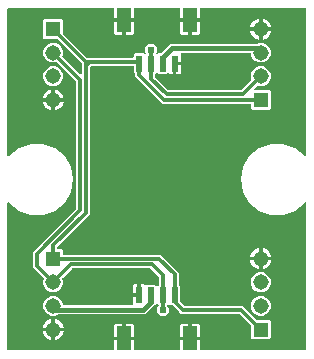
<source format=gbr>
G04 EAGLE Gerber RS-274X export*
G75*
%MOMM*%
%FSLAX34Y34*%
%LPD*%
%INTop Copper*%
%IPPOS*%
%AMOC8*
5,1,8,0,0,1.08239X$1,22.5*%
G01*
%ADD10R,0.600000X1.350000*%
%ADD11R,1.200000X2.000000*%
%ADD12R,1.308000X1.308000*%
%ADD13C,1.308000*%
%ADD14C,0.381000*%
%ADD15C,0.304800*%
%ADD16C,0.609600*%

G36*
X94318Y5084D02*
X94318Y5084D01*
X94337Y5082D01*
X94439Y5104D01*
X94541Y5120D01*
X94558Y5130D01*
X94578Y5134D01*
X94667Y5187D01*
X94758Y5236D01*
X94772Y5250D01*
X94789Y5260D01*
X94856Y5339D01*
X94928Y5414D01*
X94936Y5432D01*
X94949Y5447D01*
X94988Y5543D01*
X95031Y5637D01*
X95033Y5657D01*
X95041Y5675D01*
X95059Y5842D01*
X95059Y13727D01*
X102838Y13727D01*
X102858Y13730D01*
X102877Y13728D01*
X102979Y13750D01*
X103081Y13767D01*
X103098Y13776D01*
X103118Y13780D01*
X103207Y13833D01*
X103298Y13882D01*
X103312Y13896D01*
X103329Y13906D01*
X103396Y13985D01*
X103467Y14060D01*
X103476Y14078D01*
X103489Y14093D01*
X103528Y14189D01*
X103571Y14283D01*
X103573Y14303D01*
X103581Y14321D01*
X103599Y14488D01*
X103599Y15251D01*
X103601Y15251D01*
X103601Y14488D01*
X103604Y14468D01*
X103602Y14449D01*
X103624Y14347D01*
X103641Y14245D01*
X103650Y14228D01*
X103654Y14208D01*
X103707Y14119D01*
X103756Y14028D01*
X103770Y14014D01*
X103780Y13997D01*
X103859Y13930D01*
X103934Y13859D01*
X103952Y13850D01*
X103967Y13837D01*
X104063Y13798D01*
X104157Y13755D01*
X104177Y13753D01*
X104195Y13745D01*
X104362Y13727D01*
X112141Y13727D01*
X112141Y5842D01*
X112144Y5822D01*
X112142Y5803D01*
X112164Y5701D01*
X112180Y5599D01*
X112190Y5582D01*
X112194Y5562D01*
X112247Y5473D01*
X112296Y5382D01*
X112310Y5368D01*
X112320Y5351D01*
X112399Y5284D01*
X112474Y5212D01*
X112492Y5204D01*
X112507Y5191D01*
X112603Y5152D01*
X112697Y5109D01*
X112717Y5107D01*
X112735Y5099D01*
X112902Y5081D01*
X150298Y5081D01*
X150318Y5084D01*
X150337Y5082D01*
X150439Y5104D01*
X150541Y5120D01*
X150558Y5130D01*
X150578Y5134D01*
X150667Y5187D01*
X150758Y5236D01*
X150772Y5250D01*
X150789Y5260D01*
X150856Y5339D01*
X150928Y5414D01*
X150936Y5432D01*
X150949Y5447D01*
X150988Y5543D01*
X151031Y5637D01*
X151033Y5657D01*
X151041Y5675D01*
X151059Y5842D01*
X151059Y13727D01*
X158838Y13727D01*
X158858Y13730D01*
X158877Y13728D01*
X158979Y13750D01*
X159081Y13767D01*
X159098Y13776D01*
X159118Y13780D01*
X159207Y13833D01*
X159298Y13882D01*
X159312Y13896D01*
X159329Y13906D01*
X159396Y13985D01*
X159467Y14060D01*
X159476Y14078D01*
X159489Y14093D01*
X159528Y14189D01*
X159571Y14283D01*
X159573Y14303D01*
X159581Y14321D01*
X159599Y14488D01*
X159599Y15251D01*
X159601Y15251D01*
X159601Y14488D01*
X159604Y14468D01*
X159602Y14449D01*
X159624Y14347D01*
X159641Y14245D01*
X159650Y14228D01*
X159654Y14208D01*
X159707Y14119D01*
X159756Y14028D01*
X159770Y14014D01*
X159780Y13997D01*
X159859Y13930D01*
X159934Y13859D01*
X159952Y13850D01*
X159967Y13837D01*
X160063Y13798D01*
X160157Y13755D01*
X160177Y13753D01*
X160195Y13745D01*
X160362Y13727D01*
X168141Y13727D01*
X168141Y5842D01*
X168144Y5822D01*
X168142Y5803D01*
X168164Y5701D01*
X168180Y5599D01*
X168190Y5582D01*
X168194Y5562D01*
X168247Y5473D01*
X168296Y5382D01*
X168310Y5368D01*
X168320Y5351D01*
X168399Y5284D01*
X168474Y5212D01*
X168492Y5204D01*
X168507Y5191D01*
X168603Y5152D01*
X168697Y5109D01*
X168717Y5107D01*
X168735Y5099D01*
X168902Y5081D01*
X257358Y5081D01*
X257378Y5084D01*
X257397Y5082D01*
X257499Y5104D01*
X257601Y5120D01*
X257618Y5130D01*
X257638Y5134D01*
X257727Y5187D01*
X257818Y5236D01*
X257832Y5250D01*
X257849Y5260D01*
X257916Y5339D01*
X257988Y5414D01*
X257996Y5432D01*
X258009Y5447D01*
X258048Y5543D01*
X258091Y5637D01*
X258093Y5657D01*
X258101Y5675D01*
X258119Y5842D01*
X258119Y129753D01*
X258111Y129801D01*
X258113Y129849D01*
X258092Y129921D01*
X258080Y129996D01*
X258057Y130038D01*
X258043Y130085D01*
X258000Y130146D01*
X257964Y130213D01*
X257929Y130246D01*
X257902Y130286D01*
X257841Y130330D01*
X257786Y130382D01*
X257742Y130403D01*
X257703Y130431D01*
X257631Y130454D01*
X257563Y130486D01*
X257515Y130491D01*
X257469Y130506D01*
X257394Y130505D01*
X257319Y130513D01*
X257271Y130503D01*
X257223Y130502D01*
X257152Y130477D01*
X257078Y130461D01*
X257037Y130436D01*
X256991Y130420D01*
X256932Y130373D01*
X256867Y130335D01*
X256842Y130305D01*
X256798Y130269D01*
X256798Y130268D01*
X256797Y130268D01*
X248576Y123369D01*
X238540Y119716D01*
X227860Y119716D01*
X217824Y123369D01*
X209643Y130234D01*
X204304Y139482D01*
X202449Y150000D01*
X204304Y160518D01*
X209643Y169766D01*
X217824Y176631D01*
X227860Y180284D01*
X238540Y180284D01*
X248576Y176631D01*
X256833Y169702D01*
X256854Y169677D01*
X256895Y169651D01*
X256930Y169618D01*
X256998Y169586D01*
X257062Y169546D01*
X257109Y169534D01*
X257153Y169514D01*
X257228Y169506D01*
X257301Y169488D01*
X257349Y169492D01*
X257397Y169487D01*
X257471Y169503D01*
X257546Y169510D01*
X257591Y169529D01*
X257638Y169539D01*
X257703Y169578D01*
X257772Y169608D01*
X257807Y169641D01*
X257849Y169665D01*
X257898Y169723D01*
X257954Y169773D01*
X257977Y169815D01*
X258009Y169852D01*
X258037Y169922D01*
X258074Y169988D01*
X258083Y170036D01*
X258101Y170080D01*
X258115Y170207D01*
X258119Y170230D01*
X258118Y170237D01*
X258119Y170247D01*
X258119Y294158D01*
X258116Y294178D01*
X258118Y294197D01*
X258096Y294299D01*
X258080Y294401D01*
X258070Y294418D01*
X258066Y294438D01*
X258013Y294527D01*
X257964Y294618D01*
X257950Y294632D01*
X257940Y294649D01*
X257861Y294716D01*
X257786Y294788D01*
X257768Y294796D01*
X257753Y294809D01*
X257657Y294848D01*
X257563Y294891D01*
X257543Y294893D01*
X257525Y294901D01*
X257358Y294919D01*
X168902Y294919D01*
X168882Y294916D01*
X168863Y294918D01*
X168761Y294896D01*
X168659Y294880D01*
X168642Y294870D01*
X168622Y294866D01*
X168533Y294813D01*
X168442Y294764D01*
X168428Y294750D01*
X168411Y294740D01*
X168344Y294661D01*
X168272Y294586D01*
X168264Y294568D01*
X168251Y294553D01*
X168212Y294457D01*
X168169Y294363D01*
X168167Y294343D01*
X168159Y294325D01*
X168141Y294158D01*
X168141Y286273D01*
X160362Y286273D01*
X160342Y286270D01*
X160323Y286272D01*
X160221Y286250D01*
X160119Y286233D01*
X160102Y286224D01*
X160082Y286220D01*
X159993Y286167D01*
X159902Y286118D01*
X159888Y286104D01*
X159871Y286094D01*
X159804Y286015D01*
X159733Y285940D01*
X159724Y285922D01*
X159711Y285907D01*
X159672Y285811D01*
X159629Y285717D01*
X159627Y285697D01*
X159619Y285679D01*
X159601Y285512D01*
X159601Y284749D01*
X159599Y284749D01*
X159599Y285512D01*
X159596Y285532D01*
X159598Y285551D01*
X159576Y285653D01*
X159559Y285755D01*
X159550Y285772D01*
X159546Y285792D01*
X159493Y285881D01*
X159444Y285972D01*
X159430Y285986D01*
X159420Y286003D01*
X159341Y286070D01*
X159266Y286141D01*
X159248Y286150D01*
X159233Y286163D01*
X159137Y286202D01*
X159043Y286245D01*
X159023Y286247D01*
X159005Y286255D01*
X158838Y286273D01*
X151059Y286273D01*
X151059Y294158D01*
X151056Y294178D01*
X151058Y294197D01*
X151036Y294299D01*
X151020Y294401D01*
X151010Y294418D01*
X151006Y294438D01*
X150953Y294527D01*
X150904Y294618D01*
X150890Y294632D01*
X150880Y294649D01*
X150801Y294716D01*
X150726Y294788D01*
X150708Y294796D01*
X150693Y294809D01*
X150597Y294848D01*
X150503Y294891D01*
X150483Y294893D01*
X150465Y294901D01*
X150298Y294919D01*
X112902Y294919D01*
X112882Y294916D01*
X112863Y294918D01*
X112761Y294896D01*
X112659Y294880D01*
X112642Y294870D01*
X112622Y294866D01*
X112533Y294813D01*
X112442Y294764D01*
X112428Y294750D01*
X112411Y294740D01*
X112344Y294661D01*
X112272Y294586D01*
X112264Y294568D01*
X112251Y294553D01*
X112212Y294457D01*
X112169Y294363D01*
X112167Y294343D01*
X112159Y294325D01*
X112141Y294158D01*
X112141Y286273D01*
X104362Y286273D01*
X104342Y286270D01*
X104323Y286272D01*
X104221Y286250D01*
X104119Y286233D01*
X104102Y286224D01*
X104082Y286220D01*
X103993Y286167D01*
X103902Y286118D01*
X103888Y286104D01*
X103871Y286094D01*
X103804Y286015D01*
X103733Y285940D01*
X103724Y285922D01*
X103711Y285907D01*
X103672Y285811D01*
X103629Y285717D01*
X103627Y285697D01*
X103619Y285679D01*
X103601Y285512D01*
X103601Y284749D01*
X103599Y284749D01*
X103599Y285512D01*
X103596Y285532D01*
X103598Y285551D01*
X103576Y285653D01*
X103559Y285755D01*
X103550Y285772D01*
X103546Y285792D01*
X103493Y285881D01*
X103444Y285972D01*
X103430Y285986D01*
X103420Y286003D01*
X103341Y286070D01*
X103266Y286141D01*
X103248Y286150D01*
X103233Y286163D01*
X103137Y286202D01*
X103043Y286245D01*
X103023Y286247D01*
X103005Y286255D01*
X102838Y286273D01*
X95059Y286273D01*
X95059Y294158D01*
X95056Y294178D01*
X95058Y294197D01*
X95036Y294299D01*
X95020Y294401D01*
X95010Y294418D01*
X95006Y294438D01*
X94953Y294527D01*
X94904Y294618D01*
X94890Y294632D01*
X94880Y294649D01*
X94801Y294716D01*
X94726Y294788D01*
X94708Y294796D01*
X94693Y294809D01*
X94597Y294848D01*
X94503Y294891D01*
X94483Y294893D01*
X94465Y294901D01*
X94298Y294919D01*
X5842Y294919D01*
X5822Y294916D01*
X5803Y294918D01*
X5701Y294896D01*
X5599Y294880D01*
X5582Y294870D01*
X5562Y294866D01*
X5473Y294813D01*
X5382Y294764D01*
X5368Y294750D01*
X5351Y294740D01*
X5284Y294661D01*
X5212Y294586D01*
X5204Y294568D01*
X5191Y294553D01*
X5152Y294457D01*
X5109Y294363D01*
X5107Y294343D01*
X5099Y294325D01*
X5081Y294158D01*
X5081Y170247D01*
X5082Y170237D01*
X5082Y170233D01*
X5087Y170207D01*
X5089Y170199D01*
X5087Y170151D01*
X5108Y170079D01*
X5120Y170004D01*
X5143Y169962D01*
X5157Y169915D01*
X5200Y169854D01*
X5236Y169787D01*
X5271Y169754D01*
X5298Y169714D01*
X5359Y169670D01*
X5414Y169618D01*
X5458Y169597D01*
X5497Y169569D01*
X5569Y169546D01*
X5637Y169514D01*
X5685Y169509D01*
X5731Y169494D01*
X5806Y169495D01*
X5881Y169487D01*
X5929Y169497D01*
X5977Y169498D01*
X6048Y169523D01*
X6122Y169539D01*
X6163Y169564D01*
X6209Y169580D01*
X6268Y169627D01*
X6333Y169665D01*
X6358Y169695D01*
X6402Y169731D01*
X6402Y169732D01*
X6403Y169732D01*
X14624Y176631D01*
X24660Y180284D01*
X35340Y180284D01*
X45376Y176631D01*
X53557Y169766D01*
X58896Y160518D01*
X60751Y150000D01*
X58896Y139482D01*
X53557Y130234D01*
X45376Y123369D01*
X35340Y119716D01*
X24660Y119716D01*
X14624Y123369D01*
X6367Y130298D01*
X6346Y130323D01*
X6305Y130349D01*
X6270Y130382D01*
X6202Y130414D01*
X6138Y130454D01*
X6091Y130466D01*
X6047Y130486D01*
X5972Y130494D01*
X5899Y130512D01*
X5851Y130508D01*
X5803Y130513D01*
X5729Y130497D01*
X5654Y130490D01*
X5609Y130471D01*
X5562Y130461D01*
X5497Y130422D01*
X5428Y130392D01*
X5393Y130359D01*
X5351Y130335D01*
X5302Y130277D01*
X5246Y130227D01*
X5223Y130185D01*
X5191Y130148D01*
X5163Y130078D01*
X5126Y130012D01*
X5117Y129964D01*
X5099Y129920D01*
X5085Y129793D01*
X5081Y129770D01*
X5082Y129763D01*
X5081Y129753D01*
X5081Y5842D01*
X5084Y5822D01*
X5082Y5803D01*
X5104Y5701D01*
X5120Y5599D01*
X5130Y5582D01*
X5134Y5562D01*
X5187Y5473D01*
X5236Y5382D01*
X5250Y5368D01*
X5260Y5351D01*
X5339Y5284D01*
X5414Y5212D01*
X5432Y5204D01*
X5447Y5191D01*
X5543Y5152D01*
X5637Y5109D01*
X5657Y5107D01*
X5675Y5099D01*
X5842Y5081D01*
X94298Y5081D01*
X94318Y5084D01*
G37*
%LPC*%
G36*
X212223Y14481D02*
X212223Y14481D01*
X211181Y15523D01*
X211181Y26133D01*
X211167Y26223D01*
X211159Y26314D01*
X211147Y26343D01*
X211142Y26375D01*
X211099Y26456D01*
X211063Y26540D01*
X211037Y26572D01*
X211026Y26593D01*
X211003Y26615D01*
X210958Y26671D01*
X202039Y35590D01*
X201965Y35643D01*
X201896Y35703D01*
X201865Y35715D01*
X201839Y35734D01*
X201752Y35761D01*
X201667Y35795D01*
X201626Y35799D01*
X201604Y35806D01*
X201572Y35805D01*
X201501Y35813D01*
X152302Y35813D01*
X150144Y37971D01*
X144867Y43248D01*
X144793Y43301D01*
X144724Y43361D01*
X144693Y43373D01*
X144667Y43392D01*
X144580Y43419D01*
X144495Y43453D01*
X144454Y43457D01*
X144432Y43464D01*
X144400Y43463D01*
X144329Y43471D01*
X142863Y43471D01*
X142138Y44196D01*
X142122Y44208D01*
X142110Y44223D01*
X142022Y44280D01*
X141939Y44340D01*
X141920Y44346D01*
X141903Y44356D01*
X141802Y44382D01*
X141703Y44412D01*
X141684Y44412D01*
X141664Y44416D01*
X141561Y44408D01*
X141458Y44406D01*
X141439Y44399D01*
X141419Y44397D01*
X141324Y44357D01*
X141227Y44321D01*
X141211Y44309D01*
X141193Y44301D01*
X141062Y44196D01*
X140395Y43530D01*
X140383Y43513D01*
X140368Y43501D01*
X140312Y43414D01*
X140252Y43330D01*
X140246Y43311D01*
X140235Y43294D01*
X140210Y43193D01*
X140179Y43095D01*
X140180Y43075D01*
X140175Y43055D01*
X140183Y42953D01*
X140186Y42849D01*
X140192Y42830D01*
X140194Y42810D01*
X140234Y42715D01*
X140270Y42618D01*
X140282Y42602D01*
X140290Y42584D01*
X140395Y42453D01*
X141479Y41369D01*
X141479Y37371D01*
X138651Y34543D01*
X134653Y34543D01*
X131825Y37371D01*
X131825Y41369D01*
X132857Y42401D01*
X132869Y42417D01*
X132884Y42430D01*
X132940Y42517D01*
X133000Y42601D01*
X133006Y42620D01*
X133017Y42637D01*
X133042Y42737D01*
X133073Y42836D01*
X133072Y42856D01*
X133077Y42875D01*
X133069Y42978D01*
X133066Y43082D01*
X133060Y43100D01*
X133058Y43120D01*
X133018Y43215D01*
X132982Y43313D01*
X132970Y43328D01*
X132962Y43347D01*
X132857Y43478D01*
X132138Y44196D01*
X132122Y44208D01*
X132110Y44223D01*
X132023Y44279D01*
X131939Y44340D01*
X131919Y44346D01*
X131903Y44356D01*
X131802Y44382D01*
X131703Y44412D01*
X131684Y44412D01*
X131664Y44416D01*
X131561Y44408D01*
X131458Y44406D01*
X131439Y44399D01*
X131419Y44397D01*
X131324Y44357D01*
X131227Y44321D01*
X131211Y44309D01*
X131193Y44301D01*
X131062Y44196D01*
X130337Y43471D01*
X129260Y43471D01*
X129170Y43457D01*
X129079Y43449D01*
X129049Y43437D01*
X129017Y43432D01*
X128937Y43389D01*
X128853Y43353D01*
X128821Y43327D01*
X128800Y43316D01*
X128778Y43293D01*
X128722Y43248D01*
X123795Y38321D01*
X121414Y35940D01*
X48920Y35940D01*
X48830Y35926D01*
X48739Y35918D01*
X48709Y35906D01*
X48677Y35901D01*
X48597Y35858D01*
X48513Y35822D01*
X48481Y35796D01*
X48460Y35785D01*
X48438Y35762D01*
X48428Y35754D01*
X45355Y34481D01*
X42045Y34481D01*
X38988Y35748D01*
X36648Y38088D01*
X35381Y41145D01*
X35381Y44455D01*
X36648Y47512D01*
X38988Y49852D01*
X42045Y51119D01*
X45355Y51119D01*
X48412Y49852D01*
X50752Y47512D01*
X52019Y44455D01*
X52019Y44069D01*
X52022Y44049D01*
X52020Y44030D01*
X52042Y43928D01*
X52058Y43826D01*
X52068Y43809D01*
X52072Y43789D01*
X52125Y43700D01*
X52174Y43609D01*
X52188Y43595D01*
X52198Y43578D01*
X52277Y43511D01*
X52352Y43439D01*
X52370Y43431D01*
X52385Y43418D01*
X52481Y43379D01*
X52575Y43336D01*
X52595Y43334D01*
X52613Y43326D01*
X52780Y43308D01*
X110498Y43308D01*
X110615Y43327D01*
X110733Y43345D01*
X110737Y43347D01*
X110741Y43347D01*
X110845Y43403D01*
X110952Y43458D01*
X110954Y43461D01*
X110958Y43463D01*
X111039Y43548D01*
X111123Y43634D01*
X111125Y43638D01*
X111128Y43641D01*
X111177Y43748D01*
X111229Y43856D01*
X111229Y43860D01*
X111231Y43864D01*
X111244Y43982D01*
X111259Y44100D01*
X111258Y44105D01*
X111258Y44108D01*
X111255Y44122D01*
X111233Y44266D01*
X111059Y44916D01*
X111059Y50501D01*
X115862Y50501D01*
X115881Y50504D01*
X115901Y50502D01*
X116003Y50524D01*
X116105Y50540D01*
X116122Y50550D01*
X116142Y50554D01*
X116231Y50607D01*
X116322Y50656D01*
X116336Y50670D01*
X116353Y50680D01*
X116420Y50759D01*
X116491Y50834D01*
X116500Y50852D01*
X116513Y50867D01*
X116551Y50963D01*
X116595Y51057D01*
X116597Y51077D01*
X116605Y51095D01*
X116623Y51262D01*
X116623Y51977D01*
X117338Y51977D01*
X117358Y51980D01*
X117377Y51978D01*
X117479Y52000D01*
X117581Y52017D01*
X117598Y52026D01*
X117618Y52030D01*
X117707Y52083D01*
X117798Y52132D01*
X117812Y52146D01*
X117829Y52156D01*
X117896Y52235D01*
X117968Y52310D01*
X117976Y52328D01*
X117989Y52343D01*
X118028Y52440D01*
X118071Y52533D01*
X118073Y52553D01*
X118081Y52571D01*
X118099Y52738D01*
X118099Y61291D01*
X119934Y61291D01*
X120581Y61118D01*
X121160Y60783D01*
X121600Y60343D01*
X121617Y60331D01*
X121629Y60315D01*
X121716Y60259D01*
X121800Y60199D01*
X121819Y60193D01*
X121836Y60182D01*
X121936Y60157D01*
X122035Y60127D01*
X122055Y60127D01*
X122075Y60122D01*
X122178Y60130D01*
X122281Y60133D01*
X122300Y60140D01*
X122320Y60141D01*
X122415Y60182D01*
X122512Y60218D01*
X122528Y60230D01*
X122546Y60238D01*
X122677Y60343D01*
X122863Y60529D01*
X130337Y60529D01*
X131062Y59804D01*
X131078Y59792D01*
X131090Y59777D01*
X131178Y59721D01*
X131261Y59660D01*
X131280Y59654D01*
X131297Y59644D01*
X131398Y59618D01*
X131497Y59588D01*
X131516Y59588D01*
X131536Y59584D01*
X131639Y59592D01*
X131742Y59594D01*
X131761Y59601D01*
X131781Y59603D01*
X131876Y59643D01*
X131973Y59679D01*
X131989Y59691D01*
X132007Y59699D01*
X132138Y59804D01*
X133074Y60740D01*
X133127Y60814D01*
X133187Y60883D01*
X133199Y60913D01*
X133218Y60940D01*
X133245Y61027D01*
X133279Y61111D01*
X133283Y61152D01*
X133290Y61175D01*
X133289Y61207D01*
X133297Y61278D01*
X133297Y66949D01*
X133283Y67039D01*
X133275Y67130D01*
X133263Y67159D01*
X133258Y67191D01*
X133215Y67272D01*
X133179Y67356D01*
X133153Y67388D01*
X133142Y67409D01*
X133119Y67431D01*
X133074Y67487D01*
X126113Y74448D01*
X126039Y74501D01*
X125970Y74561D01*
X125939Y74573D01*
X125913Y74592D01*
X125826Y74619D01*
X125741Y74653D01*
X125700Y74657D01*
X125678Y74664D01*
X125646Y74663D01*
X125575Y74671D01*
X60557Y74671D01*
X60467Y74657D01*
X60376Y74649D01*
X60347Y74637D01*
X60315Y74632D01*
X60234Y74589D01*
X60150Y74553D01*
X60118Y74527D01*
X60097Y74516D01*
X60075Y74493D01*
X60019Y74448D01*
X51795Y66224D01*
X51726Y66129D01*
X51657Y66035D01*
X51655Y66029D01*
X51651Y66024D01*
X51617Y65912D01*
X51580Y65801D01*
X51581Y65795D01*
X51579Y65789D01*
X51582Y65672D01*
X51583Y65555D01*
X51585Y65548D01*
X51585Y65543D01*
X51591Y65526D01*
X51630Y65394D01*
X52019Y64455D01*
X52019Y61145D01*
X50752Y58088D01*
X48412Y55748D01*
X45355Y54481D01*
X42045Y54481D01*
X38988Y55748D01*
X36648Y58088D01*
X35381Y61145D01*
X35381Y64455D01*
X35770Y65394D01*
X35797Y65508D01*
X35826Y65621D01*
X35825Y65628D01*
X35827Y65634D01*
X35816Y65750D01*
X35807Y65867D01*
X35804Y65872D01*
X35804Y65879D01*
X35756Y65986D01*
X35710Y66093D01*
X35706Y66099D01*
X35704Y66103D01*
X35691Y66117D01*
X35605Y66224D01*
X28827Y73002D01*
X26669Y75160D01*
X26669Y88490D01*
X63022Y124843D01*
X63068Y124906D01*
X63090Y124930D01*
X63095Y124940D01*
X63135Y124986D01*
X63147Y125017D01*
X63166Y125043D01*
X63193Y125130D01*
X63227Y125215D01*
X63231Y125256D01*
X63238Y125278D01*
X63237Y125310D01*
X63245Y125381D01*
X63245Y232669D01*
X63231Y232759D01*
X63223Y232850D01*
X63211Y232879D01*
X63206Y232911D01*
X63163Y232992D01*
X63127Y233076D01*
X63101Y233108D01*
X63090Y233129D01*
X63067Y233151D01*
X63041Y233183D01*
X63040Y233185D01*
X63039Y233187D01*
X63022Y233207D01*
X47124Y249105D01*
X47029Y249174D01*
X46935Y249243D01*
X46929Y249245D01*
X46924Y249249D01*
X46813Y249283D01*
X46701Y249320D01*
X46695Y249319D01*
X46689Y249321D01*
X46572Y249318D01*
X46455Y249317D01*
X46448Y249315D01*
X46443Y249315D01*
X46426Y249309D01*
X46294Y249270D01*
X45355Y248881D01*
X42045Y248881D01*
X38988Y250148D01*
X36648Y252488D01*
X35381Y255545D01*
X35381Y258855D01*
X36648Y261912D01*
X38988Y264252D01*
X42045Y265519D01*
X45355Y265519D01*
X48412Y264252D01*
X50752Y261912D01*
X52019Y258855D01*
X52019Y255545D01*
X51630Y254606D01*
X51603Y254492D01*
X51574Y254379D01*
X51575Y254372D01*
X51573Y254366D01*
X51584Y254250D01*
X51593Y254133D01*
X51596Y254128D01*
X51596Y254121D01*
X51644Y254014D01*
X51690Y253907D01*
X51694Y253901D01*
X51696Y253897D01*
X51709Y253883D01*
X51795Y253776D01*
X66772Y238799D01*
X66830Y238757D01*
X66882Y238708D01*
X66929Y238686D01*
X66971Y238655D01*
X67040Y238634D01*
X67105Y238604D01*
X67157Y238598D01*
X67207Y238583D01*
X67278Y238585D01*
X67349Y238577D01*
X67400Y238588D01*
X67452Y238589D01*
X67520Y238614D01*
X67590Y238629D01*
X67634Y238656D01*
X67683Y238674D01*
X67739Y238719D01*
X67801Y238756D01*
X67835Y238795D01*
X67875Y238828D01*
X67914Y238888D01*
X67961Y238942D01*
X67980Y238991D01*
X68008Y239035D01*
X68026Y239104D01*
X68053Y239171D01*
X68061Y239242D01*
X68069Y239273D01*
X68067Y239296D01*
X68071Y239337D01*
X68071Y247843D01*
X68057Y247933D01*
X68049Y248024D01*
X68037Y248053D01*
X68032Y248085D01*
X67989Y248166D01*
X67953Y248250D01*
X67927Y248282D01*
X67916Y248303D01*
X67893Y248325D01*
X67848Y248381D01*
X47571Y268658D01*
X47497Y268711D01*
X47428Y268771D01*
X47397Y268783D01*
X47371Y268802D01*
X47284Y268829D01*
X47199Y268863D01*
X47158Y268867D01*
X47136Y268874D01*
X47104Y268873D01*
X47033Y268881D01*
X36423Y268881D01*
X35381Y269923D01*
X35381Y284477D01*
X36423Y285519D01*
X50977Y285519D01*
X52019Y284477D01*
X52019Y273867D01*
X52033Y273777D01*
X52041Y273686D01*
X52053Y273657D01*
X52058Y273625D01*
X52101Y273544D01*
X52137Y273460D01*
X52163Y273428D01*
X52174Y273407D01*
X52197Y273385D01*
X52242Y273329D01*
X72617Y252954D01*
X72691Y252901D01*
X72760Y252841D01*
X72791Y252829D01*
X72817Y252810D01*
X72904Y252783D01*
X72989Y252749D01*
X73030Y252745D01*
X73052Y252738D01*
X73084Y252739D01*
X73155Y252731D01*
X111060Y252731D01*
X111080Y252734D01*
X111099Y252732D01*
X111201Y252754D01*
X111303Y252770D01*
X111320Y252780D01*
X111340Y252784D01*
X111429Y252837D01*
X111520Y252886D01*
X111534Y252900D01*
X111551Y252910D01*
X111618Y252989D01*
X111690Y253064D01*
X111698Y253082D01*
X111711Y253097D01*
X111750Y253193D01*
X111793Y253287D01*
X111795Y253307D01*
X111803Y253325D01*
X111821Y253492D01*
X111821Y255487D01*
X112863Y256529D01*
X120337Y256529D01*
X121062Y255804D01*
X121078Y255792D01*
X121090Y255777D01*
X121178Y255720D01*
X121261Y255660D01*
X121280Y255654D01*
X121297Y255644D01*
X121398Y255618D01*
X121497Y255588D01*
X121516Y255588D01*
X121536Y255584D01*
X121639Y255592D01*
X121742Y255594D01*
X121761Y255601D01*
X121781Y255603D01*
X121876Y255643D01*
X121973Y255679D01*
X121989Y255691D01*
X122007Y255699D01*
X122138Y255804D01*
X122383Y256048D01*
X122395Y256065D01*
X122410Y256077D01*
X122466Y256164D01*
X122526Y256248D01*
X122532Y256267D01*
X122543Y256284D01*
X122568Y256384D01*
X122599Y256483D01*
X122598Y256503D01*
X122603Y256523D01*
X122595Y256625D01*
X122592Y256729D01*
X122586Y256748D01*
X122584Y256768D01*
X122544Y256863D01*
X122508Y256960D01*
X122496Y256976D01*
X122488Y256994D01*
X122383Y257125D01*
X121919Y257589D01*
X121919Y261587D01*
X124747Y264415D01*
X128745Y264415D01*
X131573Y261587D01*
X131573Y257589D01*
X130963Y256979D01*
X130951Y256963D01*
X130936Y256950D01*
X130880Y256863D01*
X130820Y256779D01*
X130814Y256760D01*
X130803Y256743D01*
X130778Y256643D01*
X130747Y256544D01*
X130748Y256524D01*
X130743Y256505D01*
X130751Y256402D01*
X130754Y256298D01*
X130760Y256280D01*
X130762Y256260D01*
X130802Y256164D01*
X130838Y256067D01*
X130850Y256052D01*
X130858Y256033D01*
X130963Y255902D01*
X131062Y255804D01*
X131078Y255792D01*
X131090Y255777D01*
X131178Y255721D01*
X131262Y255660D01*
X131281Y255654D01*
X131297Y255644D01*
X131398Y255618D01*
X131497Y255588D01*
X131516Y255588D01*
X131536Y255584D01*
X131639Y255592D01*
X131743Y255594D01*
X131761Y255601D01*
X131781Y255603D01*
X131876Y255643D01*
X131974Y255679D01*
X131989Y255691D01*
X132007Y255699D01*
X132138Y255804D01*
X132863Y256529D01*
X134164Y256529D01*
X134254Y256543D01*
X134345Y256551D01*
X134375Y256563D01*
X134407Y256568D01*
X134487Y256611D01*
X134571Y256647D01*
X134603Y256673D01*
X134624Y256684D01*
X134646Y256707D01*
X134702Y256752D01*
X140111Y262161D01*
X142492Y264542D01*
X215335Y264542D01*
X215400Y264552D01*
X215465Y264553D01*
X215545Y264576D01*
X215578Y264581D01*
X215595Y264591D01*
X215626Y264600D01*
X217845Y265519D01*
X221155Y265519D01*
X224212Y264252D01*
X226552Y261912D01*
X227819Y258855D01*
X227819Y255545D01*
X226552Y252488D01*
X224212Y250148D01*
X221155Y248881D01*
X217845Y248881D01*
X214788Y250148D01*
X212448Y252488D01*
X211181Y255545D01*
X211181Y256413D01*
X211178Y256433D01*
X211180Y256452D01*
X211158Y256554D01*
X211142Y256656D01*
X211132Y256673D01*
X211128Y256693D01*
X211075Y256782D01*
X211026Y256873D01*
X211012Y256887D01*
X211002Y256904D01*
X210923Y256971D01*
X210848Y257043D01*
X210830Y257051D01*
X210815Y257064D01*
X210719Y257103D01*
X210625Y257146D01*
X210605Y257148D01*
X210587Y257156D01*
X210420Y257174D01*
X152453Y257174D01*
X152359Y257159D01*
X152264Y257150D01*
X152238Y257139D01*
X152210Y257135D01*
X152126Y257090D01*
X152038Y257052D01*
X152017Y257033D01*
X151993Y257019D01*
X151927Y256950D01*
X151856Y256886D01*
X151843Y256862D01*
X151823Y256841D01*
X151783Y256755D01*
X151737Y256671D01*
X151731Y256644D01*
X151720Y256618D01*
X151709Y256523D01*
X151692Y256430D01*
X151696Y256402D01*
X151692Y256374D01*
X151713Y256280D01*
X151726Y256186D01*
X151740Y256154D01*
X151745Y256133D01*
X151762Y256105D01*
X151793Y256032D01*
X151968Y255731D01*
X152141Y255084D01*
X152141Y249499D01*
X147338Y249499D01*
X147319Y249496D01*
X147299Y249498D01*
X147197Y249476D01*
X147095Y249460D01*
X147078Y249450D01*
X147058Y249446D01*
X146969Y249393D01*
X146878Y249344D01*
X146864Y249330D01*
X146847Y249320D01*
X146780Y249241D01*
X146709Y249166D01*
X146700Y249148D01*
X146687Y249133D01*
X146649Y249037D01*
X146605Y248943D01*
X146603Y248923D01*
X146595Y248905D01*
X146577Y248738D01*
X146577Y248023D01*
X145862Y248023D01*
X145842Y248020D01*
X145822Y248022D01*
X145721Y248000D01*
X145619Y247983D01*
X145602Y247974D01*
X145582Y247970D01*
X145493Y247917D01*
X145402Y247868D01*
X145388Y247854D01*
X145371Y247844D01*
X145304Y247765D01*
X145232Y247690D01*
X145224Y247672D01*
X145211Y247657D01*
X145172Y247560D01*
X145129Y247467D01*
X145127Y247447D01*
X145119Y247429D01*
X145101Y247262D01*
X145101Y238709D01*
X143266Y238709D01*
X142619Y238882D01*
X142040Y239217D01*
X141600Y239657D01*
X141583Y239669D01*
X141571Y239685D01*
X141484Y239741D01*
X141400Y239801D01*
X141381Y239807D01*
X141364Y239818D01*
X141264Y239843D01*
X141165Y239873D01*
X141145Y239873D01*
X141125Y239878D01*
X141022Y239870D01*
X140919Y239867D01*
X140900Y239860D01*
X140880Y239859D01*
X140785Y239818D01*
X140688Y239782D01*
X140672Y239770D01*
X140654Y239762D01*
X140523Y239657D01*
X140337Y239471D01*
X132863Y239471D01*
X132138Y240196D01*
X132122Y240208D01*
X132110Y240223D01*
X132022Y240279D01*
X131939Y240340D01*
X131920Y240346D01*
X131903Y240356D01*
X131802Y240382D01*
X131703Y240412D01*
X131684Y240412D01*
X131664Y240416D01*
X131561Y240408D01*
X131458Y240406D01*
X131439Y240399D01*
X131419Y240397D01*
X131324Y240357D01*
X131227Y240321D01*
X131211Y240309D01*
X131193Y240301D01*
X131062Y240196D01*
X130126Y239260D01*
X130073Y239186D01*
X130013Y239117D01*
X130001Y239087D01*
X129982Y239060D01*
X129955Y238973D01*
X129921Y238889D01*
X129917Y238848D01*
X129910Y238825D01*
X129911Y238793D01*
X129903Y238722D01*
X129903Y237000D01*
X129917Y236910D01*
X129925Y236819D01*
X129937Y236790D01*
X129942Y236758D01*
X129985Y236677D01*
X130021Y236593D01*
X130047Y236561D01*
X130058Y236540D01*
X130081Y236518D01*
X130126Y236462D01*
X141036Y225552D01*
X141110Y225499D01*
X141179Y225439D01*
X141210Y225427D01*
X141236Y225408D01*
X141323Y225381D01*
X141408Y225347D01*
X141449Y225343D01*
X141471Y225336D01*
X141503Y225337D01*
X141574Y225329D01*
X202643Y225329D01*
X202733Y225343D01*
X202824Y225351D01*
X202853Y225363D01*
X202885Y225368D01*
X202966Y225411D01*
X203050Y225447D01*
X203082Y225473D01*
X203103Y225484D01*
X203125Y225507D01*
X203181Y225552D01*
X211405Y233776D01*
X211474Y233871D01*
X211543Y233965D01*
X211545Y233971D01*
X211549Y233976D01*
X211583Y234087D01*
X211620Y234199D01*
X211619Y234205D01*
X211621Y234211D01*
X211618Y234327D01*
X211617Y234445D01*
X211615Y234452D01*
X211615Y234457D01*
X211609Y234474D01*
X211570Y234606D01*
X211181Y235545D01*
X211181Y238855D01*
X212448Y241912D01*
X214788Y244252D01*
X217845Y245519D01*
X221155Y245519D01*
X224212Y244252D01*
X226552Y241912D01*
X227819Y238855D01*
X227819Y235545D01*
X226552Y232488D01*
X224212Y230148D01*
X221155Y228881D01*
X217845Y228881D01*
X216906Y229270D01*
X216792Y229297D01*
X216679Y229326D01*
X216672Y229325D01*
X216666Y229327D01*
X216550Y229316D01*
X216433Y229307D01*
X216428Y229304D01*
X216421Y229304D01*
X216314Y229256D01*
X216207Y229210D01*
X216201Y229206D01*
X216197Y229204D01*
X216183Y229191D01*
X216076Y229105D01*
X213789Y226818D01*
X213747Y226760D01*
X213698Y226708D01*
X213676Y226661D01*
X213645Y226619D01*
X213624Y226550D01*
X213594Y226485D01*
X213588Y226433D01*
X213573Y226383D01*
X213575Y226312D01*
X213567Y226241D01*
X213578Y226190D01*
X213579Y226138D01*
X213604Y226070D01*
X213619Y226000D01*
X213646Y225956D01*
X213664Y225907D01*
X213709Y225851D01*
X213746Y225789D01*
X213785Y225755D01*
X213818Y225715D01*
X213878Y225676D01*
X213932Y225629D01*
X213981Y225610D01*
X214025Y225582D01*
X214094Y225564D01*
X214161Y225537D01*
X214232Y225529D01*
X214263Y225521D01*
X214286Y225523D01*
X214327Y225519D01*
X226777Y225519D01*
X227819Y224477D01*
X227819Y209923D01*
X226777Y208881D01*
X212223Y208881D01*
X211181Y209923D01*
X211181Y213136D01*
X211178Y213156D01*
X211180Y213175D01*
X211158Y213277D01*
X211142Y213379D01*
X211132Y213396D01*
X211128Y213416D01*
X211075Y213505D01*
X211026Y213596D01*
X211012Y213610D01*
X211002Y213627D01*
X210923Y213694D01*
X210848Y213766D01*
X210830Y213774D01*
X210815Y213787D01*
X210719Y213826D01*
X210625Y213869D01*
X210605Y213871D01*
X210587Y213879D01*
X210420Y213897D01*
X136524Y213897D01*
X113297Y237124D01*
X113297Y238722D01*
X113283Y238812D01*
X113275Y238903D01*
X113263Y238933D01*
X113258Y238965D01*
X113215Y239045D01*
X113179Y239129D01*
X113153Y239161D01*
X113142Y239182D01*
X113119Y239204D01*
X113074Y239260D01*
X111821Y240513D01*
X111821Y245364D01*
X111818Y245384D01*
X111820Y245403D01*
X111798Y245505D01*
X111782Y245607D01*
X111772Y245624D01*
X111768Y245644D01*
X111715Y245733D01*
X111666Y245824D01*
X111652Y245838D01*
X111642Y245855D01*
X111563Y245922D01*
X111488Y245994D01*
X111470Y246002D01*
X111455Y246015D01*
X111359Y246054D01*
X111265Y246097D01*
X111245Y246099D01*
X111227Y246107D01*
X111060Y246125D01*
X76359Y246125D01*
X76269Y246111D01*
X76178Y246103D01*
X76149Y246091D01*
X76117Y246086D01*
X76036Y246043D01*
X75952Y246007D01*
X75920Y245981D01*
X75899Y245970D01*
X75877Y245947D01*
X75821Y245902D01*
X74900Y244981D01*
X74847Y244907D01*
X74787Y244838D01*
X74775Y244807D01*
X74756Y244781D01*
X74729Y244694D01*
X74695Y244609D01*
X74691Y244568D01*
X74684Y244546D01*
X74685Y244514D01*
X74677Y244443D01*
X74677Y120331D01*
X47226Y92880D01*
X47173Y92806D01*
X47113Y92737D01*
X47101Y92706D01*
X47082Y92680D01*
X47055Y92593D01*
X47021Y92508D01*
X47017Y92467D01*
X47010Y92445D01*
X47011Y92413D01*
X47003Y92342D01*
X47003Y91880D01*
X47006Y91860D01*
X47004Y91841D01*
X47026Y91739D01*
X47042Y91637D01*
X47052Y91620D01*
X47056Y91600D01*
X47109Y91511D01*
X47158Y91420D01*
X47172Y91406D01*
X47182Y91389D01*
X47261Y91322D01*
X47336Y91250D01*
X47354Y91242D01*
X47369Y91229D01*
X47465Y91190D01*
X47559Y91147D01*
X47579Y91145D01*
X47597Y91137D01*
X47764Y91119D01*
X50977Y91119D01*
X52019Y90077D01*
X52019Y86864D01*
X52022Y86844D01*
X52020Y86825D01*
X52042Y86723D01*
X52058Y86621D01*
X52068Y86604D01*
X52072Y86584D01*
X52125Y86495D01*
X52174Y86404D01*
X52188Y86390D01*
X52198Y86373D01*
X52277Y86306D01*
X52352Y86234D01*
X52370Y86226D01*
X52385Y86213D01*
X52481Y86174D01*
X52575Y86131D01*
X52595Y86129D01*
X52613Y86121D01*
X52780Y86103D01*
X134722Y86103D01*
X149903Y70922D01*
X149903Y61278D01*
X149917Y61188D01*
X149925Y61097D01*
X149937Y61067D01*
X149942Y61035D01*
X149985Y60955D01*
X150021Y60871D01*
X150047Y60839D01*
X150058Y60818D01*
X150081Y60796D01*
X150126Y60740D01*
X151379Y59487D01*
X151379Y46393D01*
X151393Y46303D01*
X151401Y46212D01*
X151413Y46183D01*
X151418Y46151D01*
X151461Y46070D01*
X151497Y45986D01*
X151523Y45954D01*
X151534Y45933D01*
X151557Y45911D01*
X151602Y45855D01*
X154815Y42642D01*
X154889Y42589D01*
X154958Y42529D01*
X154989Y42517D01*
X155015Y42498D01*
X155102Y42471D01*
X155187Y42437D01*
X155228Y42433D01*
X155250Y42426D01*
X155282Y42427D01*
X155353Y42419D01*
X204552Y42419D01*
X206710Y40261D01*
X215629Y31342D01*
X215703Y31289D01*
X215772Y31229D01*
X215803Y31217D01*
X215829Y31198D01*
X215916Y31171D01*
X216001Y31137D01*
X216042Y31133D01*
X216064Y31126D01*
X216096Y31127D01*
X216167Y31119D01*
X226777Y31119D01*
X227819Y30077D01*
X227819Y15523D01*
X226777Y14481D01*
X212223Y14481D01*
G37*
%LPD*%
%LPC*%
G36*
X217845Y54481D02*
X217845Y54481D01*
X214788Y55748D01*
X212448Y58088D01*
X211181Y61145D01*
X211181Y64455D01*
X212448Y67512D01*
X214788Y69852D01*
X217845Y71119D01*
X221155Y71119D01*
X224212Y69852D01*
X226552Y67512D01*
X227819Y64455D01*
X227819Y61145D01*
X226552Y58088D01*
X224212Y55748D01*
X221155Y54481D01*
X217845Y54481D01*
G37*
%LPD*%
%LPC*%
G36*
X217845Y34481D02*
X217845Y34481D01*
X214788Y35748D01*
X212448Y38088D01*
X211181Y41145D01*
X211181Y44455D01*
X212448Y47512D01*
X214788Y49852D01*
X217845Y51119D01*
X221155Y51119D01*
X224212Y49852D01*
X226552Y47512D01*
X227819Y44455D01*
X227819Y41145D01*
X226552Y38088D01*
X224212Y35748D01*
X221155Y34481D01*
X217845Y34481D01*
G37*
%LPD*%
%LPC*%
G36*
X42045Y228881D02*
X42045Y228881D01*
X38988Y230148D01*
X36648Y232488D01*
X35381Y235545D01*
X35381Y238855D01*
X36648Y241912D01*
X38988Y244252D01*
X42045Y245519D01*
X45355Y245519D01*
X48412Y244252D01*
X50752Y241912D01*
X52019Y238855D01*
X52019Y235545D01*
X50752Y232488D01*
X48412Y230148D01*
X45355Y228881D01*
X42045Y228881D01*
G37*
%LPD*%
%LPC*%
G36*
X161123Y16773D02*
X161123Y16773D01*
X161123Y27791D01*
X165934Y27791D01*
X166581Y27618D01*
X167160Y27283D01*
X167633Y26810D01*
X167968Y26231D01*
X168141Y25584D01*
X168141Y16773D01*
X161123Y16773D01*
G37*
%LPD*%
%LPC*%
G36*
X105123Y16773D02*
X105123Y16773D01*
X105123Y27791D01*
X109934Y27791D01*
X110581Y27618D01*
X111160Y27283D01*
X111633Y26810D01*
X111968Y26231D01*
X112141Y25584D01*
X112141Y16773D01*
X105123Y16773D01*
G37*
%LPD*%
%LPC*%
G36*
X151059Y16773D02*
X151059Y16773D01*
X151059Y25584D01*
X151232Y26231D01*
X151567Y26810D01*
X152040Y27283D01*
X152619Y27618D01*
X153266Y27791D01*
X158077Y27791D01*
X158077Y16773D01*
X151059Y16773D01*
G37*
%LPD*%
%LPC*%
G36*
X95059Y16773D02*
X95059Y16773D01*
X95059Y25584D01*
X95232Y26231D01*
X95567Y26810D01*
X96040Y27283D01*
X96619Y27618D01*
X97266Y27791D01*
X102077Y27791D01*
X102077Y16773D01*
X95059Y16773D01*
G37*
%LPD*%
%LPC*%
G36*
X105123Y272209D02*
X105123Y272209D01*
X105123Y283227D01*
X112141Y283227D01*
X112141Y274416D01*
X111968Y273769D01*
X111633Y273190D01*
X111160Y272717D01*
X110581Y272382D01*
X109934Y272209D01*
X105123Y272209D01*
G37*
%LPD*%
%LPC*%
G36*
X161123Y272209D02*
X161123Y272209D01*
X161123Y283227D01*
X168141Y283227D01*
X168141Y274416D01*
X167968Y273769D01*
X167633Y273190D01*
X167160Y272717D01*
X166581Y272382D01*
X165934Y272209D01*
X161123Y272209D01*
G37*
%LPD*%
%LPC*%
G36*
X97266Y272209D02*
X97266Y272209D01*
X96619Y272382D01*
X96040Y272717D01*
X95567Y273190D01*
X95232Y273769D01*
X95059Y274416D01*
X95059Y283227D01*
X102077Y283227D01*
X102077Y272209D01*
X97266Y272209D01*
G37*
%LPD*%
%LPC*%
G36*
X153266Y272209D02*
X153266Y272209D01*
X152619Y272382D01*
X152040Y272717D01*
X151567Y273190D01*
X151232Y273769D01*
X151059Y274416D01*
X151059Y283227D01*
X158077Y283227D01*
X158077Y272209D01*
X153266Y272209D01*
G37*
%LPD*%
%LPC*%
G36*
X221023Y278723D02*
X221023Y278723D01*
X221023Y286156D01*
X222149Y285932D01*
X223801Y285247D01*
X225289Y284253D01*
X226553Y282989D01*
X227547Y281501D01*
X228232Y279849D01*
X228456Y278723D01*
X221023Y278723D01*
G37*
%LPD*%
%LPC*%
G36*
X221023Y84323D02*
X221023Y84323D01*
X221023Y91756D01*
X222149Y91532D01*
X223801Y90847D01*
X225289Y89853D01*
X226553Y88589D01*
X227547Y87101D01*
X228232Y85449D01*
X228456Y84323D01*
X221023Y84323D01*
G37*
%LPD*%
%LPC*%
G36*
X45223Y24323D02*
X45223Y24323D01*
X45223Y31756D01*
X46349Y31532D01*
X48001Y30847D01*
X49489Y29853D01*
X50753Y28589D01*
X51747Y27101D01*
X52432Y25449D01*
X52656Y24323D01*
X45223Y24323D01*
G37*
%LPD*%
%LPC*%
G36*
X45223Y218723D02*
X45223Y218723D01*
X45223Y226156D01*
X46349Y225932D01*
X48001Y225247D01*
X49489Y224253D01*
X50753Y222989D01*
X51747Y221501D01*
X52432Y219849D01*
X52656Y218723D01*
X45223Y218723D01*
G37*
%LPD*%
%LPC*%
G36*
X45223Y215677D02*
X45223Y215677D01*
X52656Y215677D01*
X52432Y214551D01*
X51747Y212899D01*
X50753Y211411D01*
X49489Y210147D01*
X48001Y209153D01*
X46349Y208468D01*
X45223Y208244D01*
X45223Y215677D01*
G37*
%LPD*%
%LPC*%
G36*
X210544Y84323D02*
X210544Y84323D01*
X210768Y85449D01*
X211453Y87101D01*
X212447Y88589D01*
X213711Y89853D01*
X215199Y90847D01*
X216851Y91532D01*
X217977Y91756D01*
X217977Y84323D01*
X210544Y84323D01*
G37*
%LPD*%
%LPC*%
G36*
X221023Y81277D02*
X221023Y81277D01*
X228456Y81277D01*
X228232Y80151D01*
X227547Y78499D01*
X226553Y77011D01*
X225289Y75747D01*
X223801Y74753D01*
X222149Y74068D01*
X221023Y73844D01*
X221023Y81277D01*
G37*
%LPD*%
%LPC*%
G36*
X34744Y24323D02*
X34744Y24323D01*
X34968Y25449D01*
X35653Y27101D01*
X36647Y28589D01*
X37911Y29853D01*
X39399Y30847D01*
X41051Y31532D01*
X42177Y31756D01*
X42177Y24323D01*
X34744Y24323D01*
G37*
%LPD*%
%LPC*%
G36*
X210544Y278723D02*
X210544Y278723D01*
X210768Y279849D01*
X211453Y281501D01*
X212447Y282989D01*
X213711Y284253D01*
X215199Y285247D01*
X216851Y285932D01*
X217977Y286156D01*
X217977Y278723D01*
X210544Y278723D01*
G37*
%LPD*%
%LPC*%
G36*
X221023Y275677D02*
X221023Y275677D01*
X228456Y275677D01*
X228232Y274551D01*
X227547Y272899D01*
X226553Y271411D01*
X225289Y270147D01*
X223801Y269153D01*
X222149Y268468D01*
X221023Y268244D01*
X221023Y275677D01*
G37*
%LPD*%
%LPC*%
G36*
X34744Y218723D02*
X34744Y218723D01*
X34968Y219849D01*
X35653Y221501D01*
X36647Y222989D01*
X37911Y224253D01*
X39399Y225247D01*
X41051Y225932D01*
X42177Y226156D01*
X42177Y218723D01*
X34744Y218723D01*
G37*
%LPD*%
%LPC*%
G36*
X45223Y21277D02*
X45223Y21277D01*
X52656Y21277D01*
X52432Y20151D01*
X51747Y18499D01*
X50753Y17011D01*
X49489Y15747D01*
X48001Y14753D01*
X46349Y14068D01*
X45223Y13844D01*
X45223Y21277D01*
G37*
%LPD*%
%LPC*%
G36*
X216851Y268468D02*
X216851Y268468D01*
X215199Y269153D01*
X213711Y270147D01*
X212447Y271411D01*
X211453Y272899D01*
X210768Y274551D01*
X210544Y275677D01*
X217977Y275677D01*
X217977Y268244D01*
X216851Y268468D01*
G37*
%LPD*%
%LPC*%
G36*
X41051Y208468D02*
X41051Y208468D01*
X39399Y209153D01*
X37911Y210147D01*
X36647Y211411D01*
X35653Y212899D01*
X34968Y214551D01*
X34744Y215677D01*
X42177Y215677D01*
X42177Y208244D01*
X41051Y208468D01*
G37*
%LPD*%
%LPC*%
G36*
X216851Y74068D02*
X216851Y74068D01*
X215199Y74753D01*
X213711Y75747D01*
X212447Y77011D01*
X211453Y78499D01*
X210768Y80151D01*
X210544Y81277D01*
X217977Y81277D01*
X217977Y73844D01*
X216851Y74068D01*
G37*
%LPD*%
%LPC*%
G36*
X41051Y14068D02*
X41051Y14068D01*
X39399Y14753D01*
X37911Y15747D01*
X36647Y17011D01*
X35653Y18499D01*
X34968Y20151D01*
X34744Y21277D01*
X42177Y21277D01*
X42177Y13844D01*
X41051Y14068D01*
G37*
%LPD*%
%LPC*%
G36*
X148099Y238709D02*
X148099Y238709D01*
X148099Y246501D01*
X152141Y246501D01*
X152141Y240916D01*
X151968Y240269D01*
X151633Y239690D01*
X151160Y239217D01*
X150581Y238882D01*
X149934Y238709D01*
X148099Y238709D01*
G37*
%LPD*%
%LPC*%
G36*
X111059Y53499D02*
X111059Y53499D01*
X111059Y59084D01*
X111232Y59731D01*
X111567Y60310D01*
X112040Y60783D01*
X112619Y61118D01*
X113266Y61291D01*
X115101Y61291D01*
X115101Y53499D01*
X111059Y53499D01*
G37*
%LPD*%
%LPC*%
G36*
X219499Y82799D02*
X219499Y82799D01*
X219499Y82801D01*
X219501Y82801D01*
X219501Y82799D01*
X219499Y82799D01*
G37*
%LPD*%
%LPC*%
G36*
X219499Y277199D02*
X219499Y277199D01*
X219499Y277201D01*
X219501Y277201D01*
X219501Y277199D01*
X219499Y277199D01*
G37*
%LPD*%
%LPC*%
G36*
X43699Y217199D02*
X43699Y217199D01*
X43699Y217201D01*
X43701Y217201D01*
X43701Y217199D01*
X43699Y217199D01*
G37*
%LPD*%
%LPC*%
G36*
X43699Y22799D02*
X43699Y22799D01*
X43699Y22801D01*
X43701Y22801D01*
X43701Y22799D01*
X43699Y22799D01*
G37*
%LPD*%
D10*
X146600Y248000D03*
X136600Y248000D03*
X126600Y248000D03*
X116600Y248000D03*
D11*
X103600Y284750D03*
X159600Y284750D03*
D10*
X116600Y52000D03*
X126600Y52000D03*
X136600Y52000D03*
X146600Y52000D03*
D11*
X159600Y15250D03*
X103600Y15250D03*
D12*
X43700Y277200D03*
D13*
X43700Y257200D03*
X43700Y237200D03*
X43700Y217200D03*
D12*
X43700Y82800D03*
D13*
X43700Y62800D03*
X43700Y42800D03*
X43700Y22800D03*
D12*
X219500Y22800D03*
D13*
X219500Y42800D03*
X219500Y62800D03*
X219500Y82800D03*
D12*
X219500Y217200D03*
D13*
X219500Y237200D03*
X219500Y257200D03*
X219500Y277200D03*
D14*
X136600Y253440D02*
X136600Y248000D01*
X136600Y253440D02*
X144018Y260858D01*
X215842Y260858D01*
X219500Y257200D01*
X126600Y52000D02*
X126600Y46336D01*
X119888Y39624D01*
X46876Y39624D01*
X43700Y42800D01*
D15*
X43700Y82800D02*
X133354Y82800D01*
X146600Y69554D02*
X146600Y52000D01*
X146600Y69554D02*
X133354Y82800D01*
X146600Y52000D02*
X146600Y46186D01*
X203184Y39116D02*
X219500Y22800D01*
X153670Y39116D02*
X146600Y46186D01*
X153670Y39116D02*
X203184Y39116D01*
X116600Y238492D02*
X116600Y248000D01*
X137892Y217200D02*
X219500Y217200D01*
X137892Y217200D02*
X116600Y238492D01*
X116600Y248000D02*
X116600Y249428D01*
X74676Y249428D01*
X71472Y249428D01*
X71374Y249526D01*
X43700Y277200D01*
X43700Y94025D02*
X43700Y82800D01*
X43700Y94025D02*
X71374Y121699D01*
X71374Y246126D02*
X71374Y249526D01*
X71374Y246126D02*
X71374Y121699D01*
X71374Y246126D02*
X74676Y249428D01*
X58874Y77974D02*
X43700Y62800D01*
X136600Y68632D02*
X136600Y52000D01*
X127258Y77974D02*
X58874Y77974D01*
X127258Y77974D02*
X136600Y68632D01*
X136600Y52000D02*
X136600Y39422D01*
X136652Y39370D01*
D16*
X136652Y39370D03*
D15*
X204326Y222026D02*
X219500Y237200D01*
X204326Y222026D02*
X139891Y222026D01*
X126600Y235317D02*
X126600Y248000D01*
X126600Y235317D02*
X139891Y222026D01*
X126600Y248000D02*
X126600Y259442D01*
X126746Y259588D01*
D16*
X126746Y259588D03*
D15*
X29972Y76528D02*
X43700Y62800D01*
X29972Y87122D02*
X66548Y123698D01*
X66548Y234352D01*
X43700Y257200D01*
X29972Y87122D02*
X29972Y76528D01*
M02*

</source>
